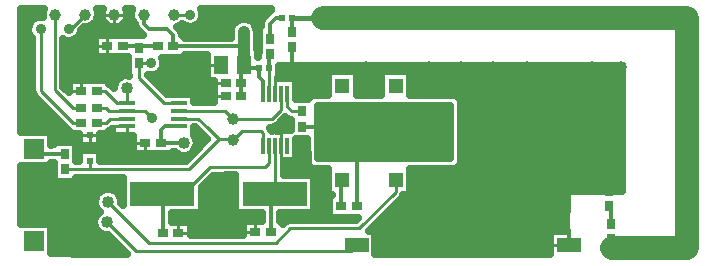
<source format=gbr>
G04 DipTrace 2.4.0.2*
%INÂåðõíèé.gbr*%
%MOMM*%
%ADD13C,0.25*%
%ADD14C,0.33*%
%ADD15C,0.3*%
%ADD16C,1.0*%
%ADD17C,2.0*%
%ADD19C,0.4*%
%ADD20C,0.635*%
%ADD24R,1.3X1.5*%
%ADD25R,0.9X0.7*%
%ADD26R,0.7X0.9*%
%ADD28R,0.6X0.6*%
%ADD29R,0.49X0.62*%
%ADD30R,2.0X1.3*%
%ADD31R,1.2X1.3*%
%ADD32C,1.0*%
%ADD33R,0.3X1.4*%
%ADD34R,1.4X0.4*%
%ADD35R,1.7X1.7*%
%ADD36C,1.7*%
%ADD38R,5.5X2.0*%
%ADD39C,1.016*%
%ADD41C,0.9*%
%FSLAX53Y53*%
G04*
G71*
G90*
G75*
G01*
%LNTop*%
%LPD*%
X19600Y23450D2*
D13*
X18750D1*
X17750Y24450D1*
X17050D1*
X42350Y16950D2*
Y15950D1*
X39250Y12850D1*
X33450D1*
X32200Y11600D1*
X21500D1*
X18000Y15100D1*
X19600Y24700D2*
Y23450D1*
X24000Y21500D2*
D14*
X22800D1*
X22450Y21150D1*
Y20100D1*
X22475Y20075D1*
X31150Y24250D2*
D15*
Y25115D1*
D14*
Y25300D1*
X30750Y25700D1*
Y26450D1*
X29750D1*
X29500Y26700D1*
X29300Y24050D2*
Y25150D1*
Y26500D1*
X29500Y26700D1*
X23500Y28250D2*
X29500D1*
D16*
Y26700D1*
X21050Y30950D2*
D14*
Y30150D1*
X21500Y29700D1*
X23000D1*
X23500Y29200D1*
Y28250D1*
X34400Y21450D2*
X35700D1*
X36150Y21000D1*
X29500Y29500D2*
D16*
Y28250D1*
X24400Y20100D2*
D14*
X22450D1*
X39050Y14700D2*
Y18800D1*
X38900Y18950D1*
X42800D1*
X46450Y22600D1*
X57050Y11400D2*
X57000D1*
Y12700D1*
X56450Y13250D1*
X33600Y28200D2*
Y26450D1*
X33450Y26300D1*
X34400D1*
X34550Y26450D1*
X15750Y21750D2*
D13*
X15050D1*
X12300Y24500D1*
Y29750D1*
X14700D2*
X14850D1*
X16050Y30950D1*
X15750Y23050D2*
X15000D1*
X13500Y24550D1*
Y30900D1*
X13550Y30950D1*
X19600Y22800D2*
X18100D1*
X17850Y23050D1*
X17050D1*
X19600Y22800D2*
X21100D1*
X21700Y22200D1*
X17950Y13350D2*
X20350Y10950D1*
X38600D1*
X39050Y11400D1*
X17050Y21750D2*
X17800D1*
X18200Y22150D1*
X19600D1*
X22650Y12450D2*
D14*
Y15700D1*
X22600Y15750D1*
X31650Y19850D2*
D13*
Y18400D1*
X31300Y18050D1*
X26600D1*
X24500Y15950D1*
X22800D1*
X22600Y15750D1*
X31776Y12500D2*
D14*
Y15426D1*
X32100Y15750D1*
X32150Y19850D2*
D13*
Y15800D1*
D14*
X32100Y15750D1*
X33150Y24250D2*
D13*
Y23150D1*
X33550Y22750D1*
X34400D1*
X31650Y24250D2*
Y26410D1*
X31610Y26450D1*
D14*
Y27510D1*
X31700Y27600D1*
Y28900D2*
Y30150D1*
X32230Y30680D1*
X32720D1*
X14350Y19150D2*
X12150D1*
X11750Y19550D1*
X37750Y14700D2*
Y16850D1*
X37850Y16950D1*
X22200Y28250D2*
X20750D1*
X20650Y28150D1*
X19250Y28300D2*
X20500D1*
X20650Y28150D1*
X60550Y13250D2*
Y14750D1*
X60450D1*
X24000Y23450D2*
D13*
X22750D1*
X20650Y25550D1*
Y26850D1*
X23550Y30950D2*
X24950D1*
X21650Y26850D2*
X20650D1*
X33580Y30680D2*
D19*
X36200D1*
D17*
X67000D1*
Y11200D1*
X60700D1*
X33600Y29500D2*
D14*
Y30660D1*
X33580Y30680D1*
X16450Y18550D2*
D13*
Y17850D1*
X14350D1*
X31150Y19850D2*
Y20900D1*
X30950Y21100D1*
X29350D1*
X28600Y20350D1*
X24000Y22150D2*
X25650D1*
X26465Y21335D1*
X27400Y20400D1*
X28550D1*
X28600Y20350D1*
X26465Y21385D2*
Y21335D1*
X16450Y17850D2*
X24850D1*
X27400Y20400D1*
X32650Y24250D2*
Y22900D1*
X31850Y22100D1*
X28600D1*
X24000Y22800D2*
X27900D1*
X28600Y22100D1*
D39*
X18000Y15100D3*
X19600Y24700D3*
X29500Y29500D3*
X24400Y20100D3*
D41*
X21700Y22200D3*
D39*
X17950Y13350D3*
D41*
X24950Y30950D3*
X21650Y26850D3*
X12300Y29750D3*
X14700D3*
D39*
X36150Y21000D3*
X46450D3*
X36150Y19400D3*
Y22600D3*
X46450D3*
Y19400D3*
X26550Y24050D3*
X18850Y19150D3*
X33200Y18050D3*
X27250Y12450D3*
X56450Y13250D3*
X53250Y16150D3*
X60450Y17550D3*
X56400Y16150D3*
X59450D3*
X61350Y16200D3*
X61300Y18850D3*
X61350Y21750D3*
Y24100D3*
X61400Y26500D3*
X58950D3*
X56250Y26450D3*
X53500Y26500D3*
X50600D3*
X47900D3*
X45150D3*
X42400Y26450D3*
X39850Y26500D3*
X37050Y26450D3*
X34550D3*
D41*
X15950Y27000D3*
D39*
X27050Y30450D3*
X35836Y22601D2*
D20*
X46921D1*
X35846Y21969D2*
X46921D1*
X35856Y21338D2*
X46921D1*
X35856Y20706D2*
X46921D1*
X35866Y20074D2*
X46921D1*
X35876Y19443D2*
X46921D1*
X35771Y23226D2*
X35818Y18818D1*
X46982D1*
Y23233D1*
X35761D1*
X10681Y30751D2*
X11948D1*
X26035D2*
X31167D1*
X10681Y30119D2*
X11263D1*
X16818D2*
X17782D1*
X19318D2*
X20233D1*
X25638D2*
X28527D1*
X30470D2*
X30879D1*
X10681Y29487D2*
X11224D1*
X15776D2*
X20580D1*
X24259D2*
X28339D1*
X10681Y28856D2*
X11521D1*
X15300D2*
X16840D1*
X10681Y28224D2*
X11521D1*
X14278D2*
X16840D1*
X10681Y27592D2*
X11521D1*
X14278D2*
X16840D1*
X10681Y26961D2*
X11521D1*
X14278D2*
X19647D1*
X22751D2*
X26295D1*
X10681Y26329D2*
X11521D1*
X14278D2*
X19647D1*
X22612D2*
X26295D1*
X32514D2*
X61468D1*
X10681Y25697D2*
X11521D1*
X14278D2*
X19072D1*
X21580D2*
X26295D1*
X32514D2*
X36594D1*
X39102D2*
X41098D1*
X43607D2*
X61468D1*
X10681Y25066D2*
X11521D1*
X14278D2*
X14640D1*
X18177D2*
X18496D1*
X22215D2*
X26890D1*
X33953D2*
X36594D1*
X39102D2*
X41098D1*
X43607D2*
X61468D1*
X10681Y24434D2*
X11521D1*
X22840D2*
X26890D1*
X33953D2*
X36594D1*
X39102D2*
X41098D1*
X43607D2*
X61468D1*
X10681Y23802D2*
X11918D1*
X25360D2*
X26890D1*
X33953D2*
X34848D1*
X47903D2*
X61468D1*
X10681Y23171D2*
X12553D1*
X47953D2*
X61468D1*
X10681Y22539D2*
X13178D1*
X47953D2*
X61468D1*
X10681Y21907D2*
X13813D1*
X32732D2*
X33399D1*
X47953D2*
X61468D1*
X10681Y21276D2*
X14448D1*
X31820D2*
X33399D1*
X47953D2*
X61468D1*
X13256Y20644D2*
X15490D1*
X17403D2*
X20074D1*
X25420D2*
X26077D1*
X47953D2*
X61468D1*
X17403Y20012D2*
X20074D1*
X25559D2*
X25938D1*
X33953D2*
X34828D1*
X47953D2*
X61468D1*
X17403Y19381D2*
X20074D1*
X33953D2*
X34838D1*
X47953D2*
X61468D1*
X17403Y18749D2*
X24668D1*
X33953D2*
X34838D1*
X47953D2*
X61468D1*
X32931Y18117D2*
X34987D1*
X47814D2*
X61468D1*
X10681Y17486D2*
X13347D1*
X32931D2*
X36594D1*
X43607D2*
X61468D1*
X10681Y16854D2*
X13347D1*
X15359D2*
X19191D1*
X26482D2*
X28696D1*
X35510D2*
X36594D1*
X43607D2*
X61468D1*
X10681Y16222D2*
X19191D1*
X26005D2*
X28696D1*
X35510D2*
X36594D1*
X43607D2*
X61468D1*
X10681Y15591D2*
X16949D1*
X26005D2*
X28696D1*
X35510D2*
X36644D1*
X43031D2*
X56765D1*
X10681Y14959D2*
X16849D1*
X26005D2*
X28696D1*
X35510D2*
X36644D1*
X42436D2*
X56755D1*
X10681Y14327D2*
X17157D1*
X26005D2*
X28696D1*
X35510D2*
X36644D1*
X41801D2*
X56745D1*
X10681Y13696D2*
X16840D1*
X23475D2*
X30958D1*
X32593D2*
X39015D1*
X41176D2*
X56735D1*
X13256Y13064D2*
X16820D1*
X25053D2*
X29371D1*
X40541D2*
X56716D1*
X13256Y12432D2*
X17276D1*
X25053D2*
X29371D1*
X40710D2*
X55396D1*
X13256Y11801D2*
X18417D1*
X40710D2*
X55396D1*
X13256Y11169D2*
X19052D1*
X40710D2*
X55396D1*
X30587Y28043D2*
X30743D1*
Y27358D1*
X30758Y27828D1*
X30767Y28643D1*
X30758Y28493D1*
Y29943D1*
X30946D1*
X30943Y30150D1*
X31014Y30466D1*
X31164Y30686D1*
X31795Y31298D1*
X31765Y31382D1*
X25901D1*
X25973Y31149D1*
X25993Y30950D1*
X25945Y30637D1*
X25805Y30354D1*
X25587Y30125D1*
X25310Y29972D1*
X25000Y29909D1*
X24685Y29942D1*
X24395Y30067D1*
X24298Y30151D1*
X23984Y29947D1*
X23860Y29914D1*
X24036Y29736D1*
X24209Y29462D1*
X24258Y29190D1*
X24543Y29193D1*
Y29004D1*
X28411Y29008D1*
X28400Y29535D1*
X28456Y29847D1*
X28597Y30130D1*
X28814Y30360D1*
X29087Y30520D1*
X29394Y30595D1*
X29710Y30580D1*
X30009Y30476D1*
X30265Y30291D1*
X30459Y30040D1*
X30573Y29745D1*
X30593Y29451D1*
Y28042D1*
X30758Y28175D1*
Y28493D1*
X26959Y24207D2*
Y25358D1*
X26358D1*
Y27495D1*
X24549Y27493D1*
X24543Y27308D1*
X22578D1*
X22673Y27049D1*
X22692Y26850D1*
X22645Y26537D1*
X22505Y26254D1*
X22287Y26025D1*
X22010Y25872D1*
X21700Y25809D1*
X21404Y25808D1*
X22974Y24240D1*
X25293Y24243D1*
Y23523D1*
X26967Y23518D1*
X26957Y23870D1*
Y25356D1*
X18525Y29243D2*
X20293D1*
Y29193D1*
X20928D1*
X20514Y29614D1*
X20341Y29888D1*
X20293Y30160D1*
X20105Y30401D1*
X19988Y30695D1*
X19959Y31010D1*
X20022Y31320D1*
X20055Y31381D1*
X19551Y31382D1*
X19625Y31146D1*
X19641Y30887D1*
X19597Y30637D1*
X19496Y30404D1*
X19345Y30201D1*
X19151Y30038D1*
X18925Y29924D1*
X18678Y29865D1*
X18425D1*
X18178Y29923D1*
X17951Y30036D1*
X17757Y30199D1*
X17605Y30401D1*
X17504Y30634D1*
X17460Y30883D1*
X17474Y31136D1*
X17546Y31381D1*
X17051Y31382D1*
X17125Y31146D1*
X17143Y30950D1*
X17097Y30637D1*
X16963Y30350D1*
X16753Y30114D1*
X16484Y29947D1*
X16178Y29865D1*
X15991Y29870D1*
X15736Y29622D1*
X15695Y29437D1*
X15555Y29154D1*
X15337Y28925D1*
X15060Y28772D1*
X14750Y28709D1*
X14435Y28742D1*
X14209Y28840D1*
X14218Y27090D1*
X14232Y24833D1*
X14702Y24363D1*
X14707Y25393D1*
X18093D1*
Y25085D1*
X18257Y24957D1*
X18500Y24735D1*
X18556Y25047D1*
X18697Y25330D1*
X18914Y25560D1*
X19187Y25720D1*
X19494Y25795D1*
X19810Y25780D1*
X19707Y25808D1*
Y27365D1*
X18207Y27358D1*
X16907D1*
Y29243D1*
X18993Y29241D1*
X32643Y26631D2*
Y26558D1*
X32454D1*
X32447Y25548D1*
X32393Y25543D1*
X33893D1*
Y23786D1*
X34916Y23793D1*
X34938Y23847D1*
X35161Y24067D1*
X35450Y24142D1*
X36651D1*
X36657Y26143D1*
X39042D1*
Y24148D1*
X41155Y24142D1*
X41157Y26143D1*
X43542D1*
Y24148D1*
X47300Y24142D1*
X47603Y24059D1*
X47830Y23814D1*
X47893Y23550D1*
Y18500D1*
X47809Y18197D1*
X47564Y17970D1*
X47300Y17907D1*
X43540D1*
X43542Y15708D1*
X43017D1*
X42992Y15635D1*
X42857Y15443D1*
X40058Y12643D1*
X40643D1*
Y10688D1*
X55455Y10669D1*
X55458Y12643D1*
X56777D1*
X56833Y15706D1*
X56993Y15971D1*
X57150Y16017D1*
X61533D1*
Y26632D1*
X32650D1*
X23518Y19346D2*
Y19133D1*
X21433Y19142D1*
X21392Y19133D1*
X20133D1*
X20131Y20707D1*
X18308D1*
X18299Y21237D1*
X18126Y21113D1*
X18093Y20808D1*
X17348D1*
X17343Y19858D1*
X15558D1*
Y20808D1*
X14707D1*
Y21115D1*
X14543Y21243D1*
X11793Y23993D1*
X11623Y24269D1*
X11666Y24165D1*
X11583Y24500D1*
Y28995D1*
X11506Y29074D1*
X11340Y29343D1*
X11262Y29650D1*
X11280Y29966D1*
X11392Y30262D1*
X11587Y30511D1*
X11848Y30689D1*
X12150Y30782D1*
X12476Y30776D1*
X12459Y31010D1*
X12522Y31320D1*
X12555Y31381D1*
X10618Y31382D1*
X10625Y20993D1*
X13193D1*
Y19911D1*
X13407Y20013D1*
Y20193D1*
X15293D1*
X15303Y18567D1*
X15551D1*
X15558Y19442D1*
X17343D1*
Y18559D1*
X18673Y18567D1*
X24567Y18582D1*
X26384Y20399D1*
X25348Y21438D1*
X25283Y21433D1*
Y21358D1*
X25293Y20737D1*
X25359Y20640D1*
X25473Y20345D1*
X25501Y20100D1*
X25455Y19787D1*
X25322Y19500D1*
X25113Y19262D1*
X24845Y19094D1*
X24541Y19009D1*
X24224Y19014D1*
X23923Y19108D1*
X23660Y19285D1*
X23616Y19339D1*
X23406Y13393D2*
X24993D1*
Y12318D1*
X29433Y12319D1*
Y13443D1*
X31018Y13453D1*
Y14157D1*
X28758Y14158D1*
Y17333D1*
X26883Y17318D1*
X25936Y16371D1*
X25942Y14158D1*
X23412D1*
X23407Y13388D1*
X23692Y13383D1*
X13417Y18108D2*
X13407Y18395D1*
X13189Y18393D1*
X13193Y18108D1*
X10623D1*
X10618Y13602D1*
X10625Y13193D1*
X13193D1*
Y10722D1*
X16650Y10711D1*
X19577Y10708D1*
X18026Y12260D1*
X17774Y12264D1*
X17473Y12358D1*
X17210Y12535D1*
X17009Y12779D1*
X16886Y13071D1*
X16850Y13385D1*
X16906Y13697D1*
X17047Y13980D1*
X17306Y14235D1*
X17059Y14529D1*
X16936Y14821D1*
X16900Y15135D1*
X16956Y15447D1*
X17097Y15730D1*
X17314Y15960D1*
X17587Y16120D1*
X17894Y16195D1*
X18210Y16180D1*
X18509Y16076D1*
X18765Y15891D1*
X18959Y15640D1*
X19073Y15345D1*
X19091Y15032D1*
X19258Y14857D1*
Y17124D1*
X17547Y17133D1*
X15289D1*
X15293Y16808D1*
X13407D1*
Y18385D1*
X31819Y21143D2*
X31893Y21133D1*
X32098Y21143D1*
X33458Y21152D1*
Y22035D1*
X33339Y22064D1*
X33022Y22264D1*
X32357Y21593D1*
X32081Y21423D1*
X32185Y21466D1*
X31850Y21383D1*
X31681D1*
X31860Y21143D1*
X32393Y21133D1*
X33042Y21143D1*
X33393Y21141D1*
X32875Y17343D2*
X35443D1*
Y14158D1*
X32534Y14156D1*
X32529Y13443D1*
X32819D1*
Y13234D1*
X32943Y13357D1*
X33219Y13527D1*
X33115Y13484D1*
X33450Y13568D1*
X38967Y13582D1*
X39140Y13758D1*
X38008Y13767D1*
X38157Y13758D1*
X36708D1*
Y15643D1*
X36992Y15653D1*
Y15702D1*
X36657Y15708D1*
Y17900D1*
X35500Y17907D1*
X35197Y17991D1*
X34972Y18231D1*
X34908Y18494D1*
X34889Y20409D1*
X33884Y20407D1*
X33893Y18558D1*
X32867Y18550D1*
Y17340D1*
X26359Y26700D2*
D13*
X27600D1*
X26959Y24050D2*
X28000D1*
X26959Y25150D2*
X28000D1*
X17950Y29241D2*
Y27359D1*
X16909Y28300D2*
X17950D1*
X21175Y20075D2*
Y19134D1*
X20134Y20075D2*
X21175D1*
X23950Y13391D2*
Y12450D1*
X24991D1*
X30476Y13441D2*
Y12500D1*
X29435D2*
X30476D1*
X16450Y20750D2*
Y19859D1*
X15559Y20750D2*
X17341D1*
X15750Y25391D2*
Y24450D1*
X14709D2*
X15750D1*
X55459Y11400D2*
X57050D1*
X18550Y30950D2*
Y29859D1*
X17459Y30950D2*
X19641D1*
X32650Y21141D2*
Y18559D1*
X32150Y25541D2*
Y24250D1*
X19600Y21500D2*
Y20709D1*
X18309Y21500D2*
X19600D1*
D24*
X27600Y26700D3*
X29500D3*
D25*
X28000Y24050D3*
X29300D3*
X28000Y25150D3*
X29300D3*
X19250Y28300D3*
X17950D3*
D26*
X31700Y27600D3*
Y28900D3*
D25*
X22475Y20075D3*
X21175D3*
X23950Y12450D3*
X22650D3*
D26*
X33600Y28200D3*
Y29500D3*
D25*
X30476Y12500D3*
X31776D3*
D26*
X60550Y13250D3*
Y11950D3*
X60450Y16050D3*
Y14750D3*
D28*
X16450Y18550D3*
Y20750D3*
D29*
X31610Y26450D3*
X30750D3*
X32720Y30680D3*
X33580D3*
D25*
X23500Y28250D3*
X22200D3*
D26*
X20650Y28150D3*
Y26850D3*
X34400Y21450D3*
Y22750D3*
D25*
X15750Y21750D3*
X17050D3*
X15750Y23050D3*
X17050D3*
D26*
X14350Y19150D3*
Y17850D3*
D25*
X17050Y24450D3*
X15750D3*
X39050Y14700D3*
X37750D3*
D30*
X57050Y11400D3*
X39050D3*
D31*
X42350Y24900D3*
X37850D3*
Y16950D3*
X42350D3*
D32*
X28600Y20350D3*
Y22100D3*
X23550Y30950D3*
X21050D3*
X18550D3*
X16050D3*
X13550D3*
D33*
X31150Y19850D3*
X31650D3*
X32150D3*
X32650D3*
X33150D3*
Y24250D3*
X32650D3*
X32150D3*
X31650D3*
X31150D3*
D34*
X24000Y21500D3*
Y22150D3*
Y22800D3*
Y23450D3*
X19600D3*
Y22800D3*
Y22150D3*
Y21500D3*
D35*
X11750Y11750D3*
D36*
Y14290D3*
D35*
Y19550D3*
D36*
Y22090D3*
D38*
X22600Y15750D3*
X32100D3*
M02*

</source>
